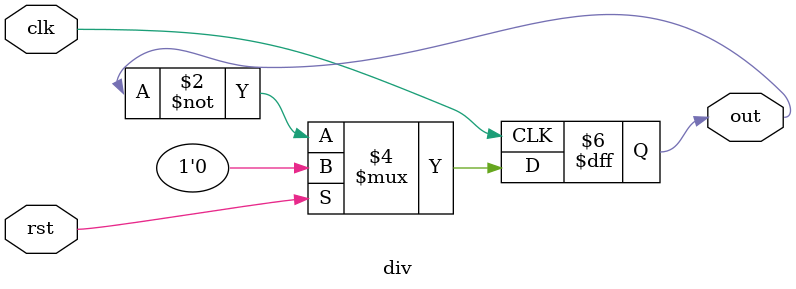
<source format=v>
module div(
input clk,rst,
output  reg out);
always@(posedge clk)
begin
if(rst)
out<=0;
else
out<=~out;
end
endmodule

</source>
